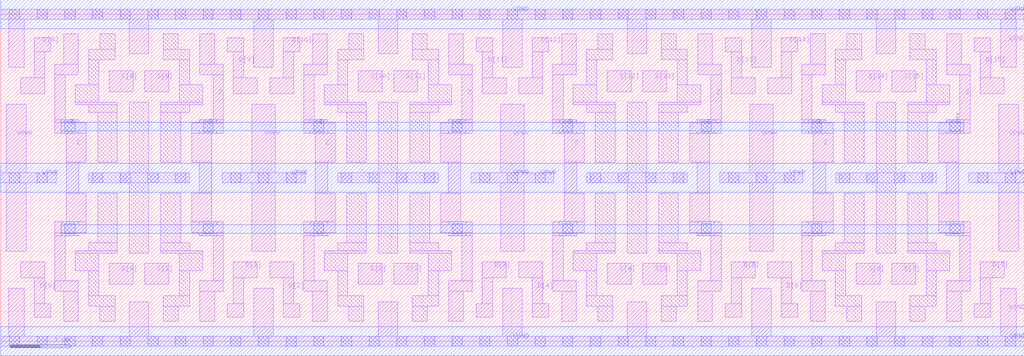
<source format=lef>
# Copyright 2020 The SkyWater PDK Authors
#
# Licensed under the Apache License, Version 2.0 (the "License");
# you may not use this file except in compliance with the License.
# You may obtain a copy of the License at
#
#     https://www.apache.org/licenses/LICENSE-2.0
#
# Unless required by applicable law or agreed to in writing, software
# distributed under the License is distributed on an "AS IS" BASIS,
# WITHOUT WARRANTIES OR CONDITIONS OF ANY KIND, either express or implied.
# See the License for the specific language governing permissions and
# limitations under the License.
#
# SPDX-License-Identifier: Apache-2.0

VERSION 5.7 ;
  NAMESCASESENSITIVE ON ;
  NOWIREEXTENSIONATPIN ON ;
  DIVIDERCHAR "/" ;
  BUSBITCHARS "[]" ;
UNITS
  DATABASE MICRONS 200 ;
END UNITS
PROPERTYDEFINITIONS
  MACRO maskLayoutSubType STRING ;
  MACRO prCellType STRING ;
  MACRO originalViewName STRING ;
END PROPERTYDEFINITIONS
MACRO sky130_fd_sc_hdll__muxb16to1_1
  CLASS CORE ;
  FOREIGN sky130_fd_sc_hdll__muxb16to1_1 ;
  ORIGIN  0.000000  0.000000 ;
  SIZE  17.02000 BY  5.440000 ;
  SYMMETRY X Y R90 ;
  SITE unithd ;
  PIN D[0]
    ANTENNAGATEAREA  0.277500 ;
    DIRECTION INPUT ;
    USE SIGNAL ;
    PORT
      LAYER li1 ;
        RECT 0.335000 1.055000 0.730000 1.325000 ;
        RECT 0.560000 0.395000 0.835000 0.625000 ;
        RECT 0.560000 0.625000 0.730000 1.055000 ;
    END
  END D[0]
  PIN D[1]
    ANTENNAGATEAREA  0.277500 ;
    DIRECTION INPUT ;
    USE SIGNAL ;
    PORT
      LAYER li1 ;
        RECT 3.765000 0.395000 4.040000 0.625000 ;
        RECT 3.870000 0.625000 4.040000 1.055000 ;
        RECT 3.870000 1.055000 4.265000 1.325000 ;
    END
  END D[1]
  PIN D[2]
    ANTENNAGATEAREA  0.277500 ;
    DIRECTION INPUT ;
    USE SIGNAL ;
    PORT
      LAYER li1 ;
        RECT 4.475000 1.055000 4.870000 1.325000 ;
        RECT 4.700000 0.395000 4.975000 0.625000 ;
        RECT 4.700000 0.625000 4.870000 1.055000 ;
    END
  END D[2]
  PIN D[3]
    ANTENNAGATEAREA  0.277500 ;
    DIRECTION INPUT ;
    USE SIGNAL ;
    PORT
      LAYER li1 ;
        RECT 7.905000 0.395000 8.180000 0.625000 ;
        RECT 8.010000 0.625000 8.180000 1.055000 ;
        RECT 8.010000 1.055000 8.405000 1.325000 ;
    END
  END D[3]
  PIN D[4]
    ANTENNAGATEAREA  0.277500 ;
    DIRECTION INPUT ;
    USE SIGNAL ;
    PORT
      LAYER li1 ;
        RECT 8.615000 1.055000 9.010000 1.325000 ;
        RECT 8.840000 0.395000 9.115000 0.625000 ;
        RECT 8.840000 0.625000 9.010000 1.055000 ;
    END
  END D[4]
  PIN D[5]
    ANTENNAGATEAREA  0.277500 ;
    DIRECTION INPUT ;
    USE SIGNAL ;
    PORT
      LAYER li1 ;
        RECT 12.045000 0.395000 12.320000 0.625000 ;
        RECT 12.150000 0.625000 12.320000 1.055000 ;
        RECT 12.150000 1.055000 12.545000 1.325000 ;
    END
  END D[5]
  PIN D[6]
    ANTENNAGATEAREA  0.277500 ;
    DIRECTION INPUT ;
    USE SIGNAL ;
    PORT
      LAYER li1 ;
        RECT 12.755000 1.055000 13.150000 1.325000 ;
        RECT 12.980000 0.395000 13.255000 0.625000 ;
        RECT 12.980000 0.625000 13.150000 1.055000 ;
    END
  END D[6]
  PIN D[7]
    ANTENNAGATEAREA  0.277500 ;
    DIRECTION INPUT ;
    USE SIGNAL ;
    PORT
      LAYER li1 ;
        RECT 16.185000 0.395000 16.460000 0.625000 ;
        RECT 16.290000 0.625000 16.460000 1.055000 ;
        RECT 16.290000 1.055000 16.685000 1.325000 ;
    END
  END D[7]
  PIN D[8]
    ANTENNAGATEAREA  0.277500 ;
    DIRECTION INPUT ;
    USE SIGNAL ;
    PORT
      LAYER li1 ;
        RECT 0.335000 4.115000 0.730000 4.385000 ;
        RECT 0.560000 4.385000 0.730000 4.815000 ;
        RECT 0.560000 4.815000 0.835000 5.045000 ;
    END
  END D[8]
  PIN D[9]
    ANTENNAGATEAREA  0.277500 ;
    DIRECTION INPUT ;
    USE SIGNAL ;
    PORT
      LAYER li1 ;
        RECT 3.765000 4.815000 4.040000 5.045000 ;
        RECT 3.870000 4.115000 4.265000 4.385000 ;
        RECT 3.870000 4.385000 4.040000 4.815000 ;
    END
  END D[9]
  PIN D[10]
    ANTENNAGATEAREA  0.277500 ;
    DIRECTION INPUT ;
    USE SIGNAL ;
    PORT
      LAYER li1 ;
        RECT 4.475000 4.115000 4.870000 4.385000 ;
        RECT 4.700000 4.385000 4.870000 4.815000 ;
        RECT 4.700000 4.815000 4.975000 5.045000 ;
    END
  END D[10]
  PIN D[11]
    ANTENNAGATEAREA  0.277500 ;
    DIRECTION INPUT ;
    USE SIGNAL ;
    PORT
      LAYER li1 ;
        RECT 7.905000 4.815000 8.180000 5.045000 ;
        RECT 8.010000 4.115000 8.405000 4.385000 ;
        RECT 8.010000 4.385000 8.180000 4.815000 ;
    END
  END D[11]
  PIN D[12]
    ANTENNAGATEAREA  0.277500 ;
    DIRECTION INPUT ;
    USE SIGNAL ;
    PORT
      LAYER li1 ;
        RECT 8.615000 4.115000 9.010000 4.385000 ;
        RECT 8.840000 4.385000 9.010000 4.815000 ;
        RECT 8.840000 4.815000 9.115000 5.045000 ;
    END
  END D[12]
  PIN D[13]
    ANTENNAGATEAREA  0.277500 ;
    DIRECTION INPUT ;
    USE SIGNAL ;
    PORT
      LAYER li1 ;
        RECT 12.045000 4.815000 12.320000 5.045000 ;
        RECT 12.150000 4.115000 12.545000 4.385000 ;
        RECT 12.150000 4.385000 12.320000 4.815000 ;
    END
  END D[13]
  PIN D[14]
    ANTENNAGATEAREA  0.277500 ;
    DIRECTION INPUT ;
    USE SIGNAL ;
    PORT
      LAYER li1 ;
        RECT 12.755000 4.115000 13.150000 4.385000 ;
        RECT 12.980000 4.385000 13.150000 4.815000 ;
        RECT 12.980000 4.815000 13.255000 5.045000 ;
    END
  END D[14]
  PIN D[15]
    ANTENNAGATEAREA  0.277500 ;
    DIRECTION INPUT ;
    USE SIGNAL ;
    PORT
      LAYER li1 ;
        RECT 16.185000 4.815000 16.460000 5.045000 ;
        RECT 16.290000 4.115000 16.685000 4.385000 ;
        RECT 16.290000 4.385000 16.460000 4.815000 ;
    END
  END D[15]
  PIN S[0]
    ANTENNAGATEAREA  0.336000 ;
    DIRECTION INPUT ;
    USE SIGNAL ;
    PORT
      LAYER li1 ;
        RECT 1.805000 0.945000 2.205000 1.295000 ;
    END
  END S[0]
  PIN S[1]
    ANTENNAGATEAREA  0.336000 ;
    DIRECTION INPUT ;
    USE SIGNAL ;
    PORT
      LAYER li1 ;
        RECT 2.395000 0.945000 2.795000 1.295000 ;
    END
  END S[1]
  PIN S[2]
    ANTENNAGATEAREA  0.336000 ;
    DIRECTION INPUT ;
    USE SIGNAL ;
    PORT
      LAYER li1 ;
        RECT 5.945000 0.945000 6.345000 1.295000 ;
    END
  END S[2]
  PIN S[3]
    ANTENNAGATEAREA  0.336000 ;
    DIRECTION INPUT ;
    USE SIGNAL ;
    PORT
      LAYER li1 ;
        RECT 6.535000 0.945000 6.935000 1.295000 ;
    END
  END S[3]
  PIN S[4]
    ANTENNAGATEAREA  0.336000 ;
    DIRECTION INPUT ;
    USE SIGNAL ;
    PORT
      LAYER li1 ;
        RECT 10.085000 0.945000 10.485000 1.295000 ;
    END
  END S[4]
  PIN S[5]
    ANTENNAGATEAREA  0.336000 ;
    DIRECTION INPUT ;
    USE SIGNAL ;
    PORT
      LAYER li1 ;
        RECT 10.675000 0.945000 11.075000 1.295000 ;
    END
  END S[5]
  PIN S[6]
    ANTENNAGATEAREA  0.336000 ;
    DIRECTION INPUT ;
    USE SIGNAL ;
    PORT
      LAYER li1 ;
        RECT 14.225000 0.945000 14.625000 1.295000 ;
    END
  END S[6]
  PIN S[7]
    ANTENNAGATEAREA  0.336000 ;
    DIRECTION INPUT ;
    USE SIGNAL ;
    PORT
      LAYER li1 ;
        RECT 14.815000 0.945000 15.215000 1.295000 ;
    END
  END S[7]
  PIN S[8]
    ANTENNAGATEAREA  0.336000 ;
    DIRECTION INPUT ;
    USE SIGNAL ;
    PORT
      LAYER li1 ;
        RECT 1.805000 4.145000 2.205000 4.495000 ;
    END
  END S[8]
  PIN S[9]
    ANTENNAGATEAREA  0.336000 ;
    DIRECTION INPUT ;
    USE SIGNAL ;
    PORT
      LAYER li1 ;
        RECT 2.395000 4.145000 2.795000 4.495000 ;
    END
  END S[9]
  PIN S[10]
    ANTENNAGATEAREA  0.336000 ;
    DIRECTION INPUT ;
    USE SIGNAL ;
    PORT
      LAYER li1 ;
        RECT 5.945000 4.145000 6.345000 4.495000 ;
    END
  END S[10]
  PIN S[11]
    ANTENNAGATEAREA  0.336000 ;
    DIRECTION INPUT ;
    USE SIGNAL ;
    PORT
      LAYER li1 ;
        RECT 6.535000 4.145000 6.935000 4.495000 ;
    END
  END S[11]
  PIN S[12]
    ANTENNAGATEAREA  0.336000 ;
    DIRECTION INPUT ;
    USE SIGNAL ;
    PORT
      LAYER li1 ;
        RECT 10.085000 4.145000 10.485000 4.495000 ;
    END
  END S[12]
  PIN S[13]
    ANTENNAGATEAREA  0.336000 ;
    DIRECTION INPUT ;
    USE SIGNAL ;
    PORT
      LAYER li1 ;
        RECT 10.675000 4.145000 11.075000 4.495000 ;
    END
  END S[13]
  PIN S[14]
    ANTENNAGATEAREA  0.336000 ;
    DIRECTION INPUT ;
    USE SIGNAL ;
    PORT
      LAYER li1 ;
        RECT 14.225000 4.145000 14.625000 4.495000 ;
    END
  END S[14]
  PIN S[15]
    ANTENNAGATEAREA  0.336000 ;
    DIRECTION INPUT ;
    USE SIGNAL ;
    PORT
      LAYER li1 ;
        RECT 14.815000 4.145000 15.215000 4.495000 ;
    END
  END S[15]
  PIN Z
    ANTENNADIFFAREA  5.705600 ;
    DIRECTION OUTPUT ;
    USE SIGNAL ;
    PORT
      LAYER li1 ;
        RECT 0.900000 0.835000 1.290000 1.005000 ;
        RECT 0.900000 1.005000 1.070000 1.755000 ;
        RECT 0.900000 1.755000 1.295000 1.805000 ;
        RECT 0.900000 1.805000 1.420000 1.985000 ;
        RECT 0.900000 3.455000 1.420000 3.635000 ;
        RECT 0.900000 3.635000 1.295000 3.685000 ;
        RECT 0.900000 3.685000 1.070000 4.435000 ;
        RECT 0.900000 4.435000 1.290000 4.605000 ;
        RECT 1.045000 0.330000 1.290000 0.835000 ;
        RECT 1.045000 4.605000 1.290000 5.110000 ;
        RECT 1.090000 1.985000 1.420000 2.465000 ;
        RECT 1.090000 2.465000 1.295000 2.975000 ;
        RECT 1.090000 2.975000 1.420000 3.455000 ;
      LAYER mcon ;
        RECT 1.065000 1.785000 1.235000 1.955000 ;
        RECT 1.065000 3.485000 1.235000 3.655000 ;
    END
    PORT
      LAYER li1 ;
        RECT 11.460000 1.805000 11.980000 1.985000 ;
        RECT 11.460000 1.985000 11.790000 2.465000 ;
        RECT 11.460000 2.975000 11.790000 3.455000 ;
        RECT 11.460000 3.455000 11.980000 3.635000 ;
        RECT 11.585000 1.755000 11.980000 1.805000 ;
        RECT 11.585000 2.465000 11.790000 2.975000 ;
        RECT 11.585000 3.635000 11.980000 3.685000 ;
        RECT 11.590000 0.330000 11.835000 0.835000 ;
        RECT 11.590000 0.835000 11.980000 1.005000 ;
        RECT 11.590000 4.435000 11.980000 4.605000 ;
        RECT 11.590000 4.605000 11.835000 5.110000 ;
        RECT 11.810000 1.005000 11.980000 1.755000 ;
        RECT 11.810000 3.685000 11.980000 4.435000 ;
      LAYER mcon ;
        RECT 11.645000 1.785000 11.815000 1.955000 ;
        RECT 11.645000 3.485000 11.815000 3.655000 ;
    END
    PORT
      LAYER li1 ;
        RECT 13.320000 0.835000 13.710000 1.005000 ;
        RECT 13.320000 1.005000 13.490000 1.755000 ;
        RECT 13.320000 1.755000 13.715000 1.805000 ;
        RECT 13.320000 1.805000 13.840000 1.985000 ;
        RECT 13.320000 3.455000 13.840000 3.635000 ;
        RECT 13.320000 3.635000 13.715000 3.685000 ;
        RECT 13.320000 3.685000 13.490000 4.435000 ;
        RECT 13.320000 4.435000 13.710000 4.605000 ;
        RECT 13.465000 0.330000 13.710000 0.835000 ;
        RECT 13.465000 4.605000 13.710000 5.110000 ;
        RECT 13.510000 1.985000 13.840000 2.465000 ;
        RECT 13.510000 2.465000 13.715000 2.975000 ;
        RECT 13.510000 2.975000 13.840000 3.455000 ;
      LAYER mcon ;
        RECT 13.485000 1.785000 13.655000 1.955000 ;
        RECT 13.485000 3.485000 13.655000 3.655000 ;
    END
    PORT
      LAYER li1 ;
        RECT 15.600000 1.805000 16.120000 1.985000 ;
        RECT 15.600000 1.985000 15.930000 2.465000 ;
        RECT 15.600000 2.975000 15.930000 3.455000 ;
        RECT 15.600000 3.455000 16.120000 3.635000 ;
        RECT 15.725000 1.755000 16.120000 1.805000 ;
        RECT 15.725000 2.465000 15.930000 2.975000 ;
        RECT 15.725000 3.635000 16.120000 3.685000 ;
        RECT 15.730000 0.330000 15.975000 0.835000 ;
        RECT 15.730000 0.835000 16.120000 1.005000 ;
        RECT 15.730000 4.435000 16.120000 4.605000 ;
        RECT 15.730000 4.605000 15.975000 5.110000 ;
        RECT 15.950000 1.005000 16.120000 1.755000 ;
        RECT 15.950000 3.685000 16.120000 4.435000 ;
      LAYER mcon ;
        RECT 15.785000 1.785000 15.955000 1.955000 ;
        RECT 15.785000 3.485000 15.955000 3.655000 ;
    END
    PORT
      LAYER li1 ;
        RECT 3.180000 1.805000 3.700000 1.985000 ;
        RECT 3.180000 1.985000 3.510000 2.465000 ;
        RECT 3.180000 2.975000 3.510000 3.455000 ;
        RECT 3.180000 3.455000 3.700000 3.635000 ;
        RECT 3.305000 1.755000 3.700000 1.805000 ;
        RECT 3.305000 2.465000 3.510000 2.975000 ;
        RECT 3.305000 3.635000 3.700000 3.685000 ;
        RECT 3.310000 0.330000 3.555000 0.835000 ;
        RECT 3.310000 0.835000 3.700000 1.005000 ;
        RECT 3.310000 4.435000 3.700000 4.605000 ;
        RECT 3.310000 4.605000 3.555000 5.110000 ;
        RECT 3.530000 1.005000 3.700000 1.755000 ;
        RECT 3.530000 3.685000 3.700000 4.435000 ;
      LAYER mcon ;
        RECT 3.365000 1.785000 3.535000 1.955000 ;
        RECT 3.365000 3.485000 3.535000 3.655000 ;
    END
    PORT
      LAYER li1 ;
        RECT 5.040000 0.835000 5.430000 1.005000 ;
        RECT 5.040000 1.005000 5.210000 1.755000 ;
        RECT 5.040000 1.755000 5.435000 1.805000 ;
        RECT 5.040000 1.805000 5.560000 1.985000 ;
        RECT 5.040000 3.455000 5.560000 3.635000 ;
        RECT 5.040000 3.635000 5.435000 3.685000 ;
        RECT 5.040000 3.685000 5.210000 4.435000 ;
        RECT 5.040000 4.435000 5.430000 4.605000 ;
        RECT 5.185000 0.330000 5.430000 0.835000 ;
        RECT 5.185000 4.605000 5.430000 5.110000 ;
        RECT 5.230000 1.985000 5.560000 2.465000 ;
        RECT 5.230000 2.465000 5.435000 2.975000 ;
        RECT 5.230000 2.975000 5.560000 3.455000 ;
      LAYER mcon ;
        RECT 5.205000 1.785000 5.375000 1.955000 ;
        RECT 5.205000 3.485000 5.375000 3.655000 ;
    END
    PORT
      LAYER li1 ;
        RECT 7.320000 1.805000 7.840000 1.985000 ;
        RECT 7.320000 1.985000 7.650000 2.465000 ;
        RECT 7.320000 2.975000 7.650000 3.455000 ;
        RECT 7.320000 3.455000 7.840000 3.635000 ;
        RECT 7.445000 1.755000 7.840000 1.805000 ;
        RECT 7.445000 2.465000 7.650000 2.975000 ;
        RECT 7.445000 3.635000 7.840000 3.685000 ;
        RECT 7.450000 0.330000 7.695000 0.835000 ;
        RECT 7.450000 0.835000 7.840000 1.005000 ;
        RECT 7.450000 4.435000 7.840000 4.605000 ;
        RECT 7.450000 4.605000 7.695000 5.110000 ;
        RECT 7.670000 1.005000 7.840000 1.755000 ;
        RECT 7.670000 3.685000 7.840000 4.435000 ;
      LAYER mcon ;
        RECT 7.505000 1.785000 7.675000 1.955000 ;
        RECT 7.505000 3.485000 7.675000 3.655000 ;
    END
    PORT
      LAYER li1 ;
        RECT 9.180000 0.835000 9.570000 1.005000 ;
        RECT 9.180000 1.005000 9.350000 1.755000 ;
        RECT 9.180000 1.755000 9.575000 1.805000 ;
        RECT 9.180000 1.805000 9.700000 1.985000 ;
        RECT 9.180000 3.455000 9.700000 3.635000 ;
        RECT 9.180000 3.635000 9.575000 3.685000 ;
        RECT 9.180000 3.685000 9.350000 4.435000 ;
        RECT 9.180000 4.435000 9.570000 4.605000 ;
        RECT 9.325000 0.330000 9.570000 0.835000 ;
        RECT 9.325000 4.605000 9.570000 5.110000 ;
        RECT 9.370000 1.985000 9.700000 2.465000 ;
        RECT 9.370000 2.465000 9.575000 2.975000 ;
        RECT 9.370000 2.975000 9.700000 3.455000 ;
      LAYER mcon ;
        RECT 9.345000 1.785000 9.515000 1.955000 ;
        RECT 9.345000 3.485000 9.515000 3.655000 ;
    END
    PORT
      LAYER met1 ;
        RECT  1.005000 1.755000  1.295000 1.800000 ;
        RECT  1.005000 1.800000 16.015000 1.940000 ;
        RECT  1.005000 1.940000  1.295000 1.985000 ;
        RECT  1.005000 3.455000  1.295000 3.500000 ;
        RECT  1.005000 3.500000 16.015000 3.640000 ;
        RECT  1.005000 3.640000  1.295000 3.685000 ;
        RECT  3.305000 1.755000  3.595000 1.800000 ;
        RECT  3.305000 1.940000  3.595000 1.985000 ;
        RECT  3.305000 3.455000  3.595000 3.500000 ;
        RECT  3.305000 3.640000  3.595000 3.685000 ;
        RECT  5.145000 1.755000  5.435000 1.800000 ;
        RECT  5.145000 1.940000  5.435000 1.985000 ;
        RECT  5.145000 3.455000  5.435000 3.500000 ;
        RECT  5.145000 3.640000  5.435000 3.685000 ;
        RECT  7.445000 1.755000  7.735000 1.800000 ;
        RECT  7.445000 1.940000  7.735000 1.985000 ;
        RECT  7.445000 3.455000  7.735000 3.500000 ;
        RECT  7.445000 3.640000  7.735000 3.685000 ;
        RECT  9.285000 1.755000  9.575000 1.800000 ;
        RECT  9.285000 1.940000  9.575000 1.985000 ;
        RECT  9.285000 3.455000  9.575000 3.500000 ;
        RECT  9.285000 3.640000  9.575000 3.685000 ;
        RECT 11.585000 1.755000 11.875000 1.800000 ;
        RECT 11.585000 1.940000 11.875000 1.985000 ;
        RECT 11.585000 3.455000 11.875000 3.500000 ;
        RECT 11.585000 3.640000 11.875000 3.685000 ;
        RECT 13.425000 1.755000 13.715000 1.800000 ;
        RECT 13.425000 1.940000 13.715000 1.985000 ;
        RECT 13.425000 3.455000 13.715000 3.500000 ;
        RECT 13.425000 3.640000 13.715000 3.685000 ;
        RECT 15.725000 1.755000 16.015000 1.800000 ;
        RECT 15.725000 1.940000 16.015000 1.985000 ;
        RECT 15.725000 3.455000 16.015000 3.500000 ;
        RECT 15.725000 3.640000 16.015000 3.685000 ;
    END
  END Z
  PIN VGND
    DIRECTION INOUT ;
    USE GROUND ;
    PORT
      LAYER li1 ;
        RECT  0.000000 -0.085000 17.020000 0.085000 ;
        RECT  0.130000  0.085000  0.390000 0.885000 ;
        RECT  2.135000  0.085000  2.465000 0.660000 ;
        RECT  4.210000  0.085000  4.530000 0.885000 ;
        RECT  6.275000  0.085000  6.605000 0.660000 ;
        RECT  8.350000  0.085000  8.670000 0.885000 ;
        RECT 10.415000  0.085000 10.745000 0.660000 ;
        RECT 12.490000  0.085000 12.810000 0.885000 ;
        RECT 14.555000  0.085000 14.885000 0.660000 ;
        RECT 16.630000  0.085000 16.890000 0.885000 ;
      LAYER mcon ;
        RECT  0.145000 -0.085000  0.315000 0.085000 ;
        RECT  0.605000 -0.085000  0.775000 0.085000 ;
        RECT  1.065000 -0.085000  1.235000 0.085000 ;
        RECT  1.525000 -0.085000  1.695000 0.085000 ;
        RECT  1.985000 -0.085000  2.155000 0.085000 ;
        RECT  2.445000 -0.085000  2.615000 0.085000 ;
        RECT  2.905000 -0.085000  3.075000 0.085000 ;
        RECT  3.365000 -0.085000  3.535000 0.085000 ;
        RECT  3.825000 -0.085000  3.995000 0.085000 ;
        RECT  4.285000 -0.085000  4.455000 0.085000 ;
        RECT  4.745000 -0.085000  4.915000 0.085000 ;
        RECT  5.205000 -0.085000  5.375000 0.085000 ;
        RECT  5.665000 -0.085000  5.835000 0.085000 ;
        RECT  6.125000 -0.085000  6.295000 0.085000 ;
        RECT  6.585000 -0.085000  6.755000 0.085000 ;
        RECT  7.045000 -0.085000  7.215000 0.085000 ;
        RECT  7.505000 -0.085000  7.675000 0.085000 ;
        RECT  7.965000 -0.085000  8.135000 0.085000 ;
        RECT  8.425000 -0.085000  8.595000 0.085000 ;
        RECT  8.885000 -0.085000  9.055000 0.085000 ;
        RECT  9.345000 -0.085000  9.515000 0.085000 ;
        RECT  9.805000 -0.085000  9.975000 0.085000 ;
        RECT 10.265000 -0.085000 10.435000 0.085000 ;
        RECT 10.725000 -0.085000 10.895000 0.085000 ;
        RECT 11.185000 -0.085000 11.355000 0.085000 ;
        RECT 11.645000 -0.085000 11.815000 0.085000 ;
        RECT 12.105000 -0.085000 12.275000 0.085000 ;
        RECT 12.565000 -0.085000 12.735000 0.085000 ;
        RECT 13.025000 -0.085000 13.195000 0.085000 ;
        RECT 13.485000 -0.085000 13.655000 0.085000 ;
        RECT 13.945000 -0.085000 14.115000 0.085000 ;
        RECT 14.405000 -0.085000 14.575000 0.085000 ;
        RECT 14.865000 -0.085000 15.035000 0.085000 ;
        RECT 15.325000 -0.085000 15.495000 0.085000 ;
        RECT 15.785000 -0.085000 15.955000 0.085000 ;
        RECT 16.245000 -0.085000 16.415000 0.085000 ;
        RECT 16.705000 -0.085000 16.875000 0.085000 ;
    END
    PORT
      LAYER li1 ;
        RECT  0.000000 5.355000 17.020000 5.525000 ;
        RECT  0.130000 4.555000  0.390000 5.355000 ;
        RECT  2.135000 4.780000  2.465000 5.355000 ;
        RECT  4.210000 4.555000  4.530000 5.355000 ;
        RECT  6.275000 4.780000  6.605000 5.355000 ;
        RECT  8.350000 4.555000  8.670000 5.355000 ;
        RECT 10.415000 4.780000 10.745000 5.355000 ;
        RECT 12.490000 4.555000 12.810000 5.355000 ;
        RECT 14.555000 4.780000 14.885000 5.355000 ;
        RECT 16.630000 4.555000 16.890000 5.355000 ;
      LAYER mcon ;
        RECT  0.145000 5.355000  0.315000 5.525000 ;
        RECT  0.605000 5.355000  0.775000 5.525000 ;
        RECT  1.065000 5.355000  1.235000 5.525000 ;
        RECT  1.525000 5.355000  1.695000 5.525000 ;
        RECT  1.985000 5.355000  2.155000 5.525000 ;
        RECT  2.445000 5.355000  2.615000 5.525000 ;
        RECT  2.905000 5.355000  3.075000 5.525000 ;
        RECT  3.365000 5.355000  3.535000 5.525000 ;
        RECT  3.825000 5.355000  3.995000 5.525000 ;
        RECT  4.285000 5.355000  4.455000 5.525000 ;
        RECT  4.745000 5.355000  4.915000 5.525000 ;
        RECT  5.205000 5.355000  5.375000 5.525000 ;
        RECT  5.665000 5.355000  5.835000 5.525000 ;
        RECT  6.125000 5.355000  6.295000 5.525000 ;
        RECT  6.585000 5.355000  6.755000 5.525000 ;
        RECT  7.045000 5.355000  7.215000 5.525000 ;
        RECT  7.505000 5.355000  7.675000 5.525000 ;
        RECT  7.965000 5.355000  8.135000 5.525000 ;
        RECT  8.425000 5.355000  8.595000 5.525000 ;
        RECT  8.885000 5.355000  9.055000 5.525000 ;
        RECT  9.345000 5.355000  9.515000 5.525000 ;
        RECT  9.805000 5.355000  9.975000 5.525000 ;
        RECT 10.265000 5.355000 10.435000 5.525000 ;
        RECT 10.725000 5.355000 10.895000 5.525000 ;
        RECT 11.185000 5.355000 11.355000 5.525000 ;
        RECT 11.645000 5.355000 11.815000 5.525000 ;
        RECT 12.105000 5.355000 12.275000 5.525000 ;
        RECT 12.565000 5.355000 12.735000 5.525000 ;
        RECT 13.025000 5.355000 13.195000 5.525000 ;
        RECT 13.485000 5.355000 13.655000 5.525000 ;
        RECT 13.945000 5.355000 14.115000 5.525000 ;
        RECT 14.405000 5.355000 14.575000 5.525000 ;
        RECT 14.865000 5.355000 15.035000 5.525000 ;
        RECT 15.325000 5.355000 15.495000 5.525000 ;
        RECT 15.785000 5.355000 15.955000 5.525000 ;
        RECT 16.245000 5.355000 16.415000 5.525000 ;
        RECT 16.705000 5.355000 16.875000 5.525000 ;
    END
    PORT
      LAYER met1 ;
        RECT 0.000000 -0.240000 17.020000 0.240000 ;
    END
    PORT
      LAYER met1 ;
        RECT 0.000000 5.200000 17.020000 5.680000 ;
    END
  END VGND
  PIN VPWR
    DIRECTION INOUT ;
    USE POWER ;
    PORT
      LAYER li1 ;
        RECT 0.000000 2.635000 0.920000 2.805000 ;
        RECT 0.095000 1.495000 0.425000 2.635000 ;
        RECT 0.095000 2.805000 0.425000 3.945000 ;
      LAYER mcon ;
        RECT 0.145000 2.635000 0.315000 2.805000 ;
        RECT 0.605000 2.635000 0.775000 2.805000 ;
    END
    PORT
      LAYER li1 ;
        RECT 11.960000 2.635000 13.340000 2.805000 ;
        RECT 12.455000 1.495000 12.845000 2.635000 ;
        RECT 12.455000 2.805000 12.845000 3.945000 ;
      LAYER mcon ;
        RECT 12.105000 2.635000 12.275000 2.805000 ;
        RECT 12.565000 2.635000 12.735000 2.805000 ;
        RECT 13.025000 2.635000 13.195000 2.805000 ;
    END
    PORT
      LAYER li1 ;
        RECT 16.100000 2.635000 17.020000 2.805000 ;
        RECT 16.595000 1.495000 16.925000 2.635000 ;
        RECT 16.595000 2.805000 16.925000 3.945000 ;
      LAYER mcon ;
        RECT 16.245000 2.635000 16.415000 2.805000 ;
        RECT 16.705000 2.635000 16.875000 2.805000 ;
    END
    PORT
      LAYER li1 ;
        RECT 3.680000 2.635000 5.060000 2.805000 ;
        RECT 4.175000 1.495000 4.565000 2.635000 ;
        RECT 4.175000 2.805000 4.565000 3.945000 ;
      LAYER mcon ;
        RECT 3.825000 2.635000 3.995000 2.805000 ;
        RECT 4.285000 2.635000 4.455000 2.805000 ;
        RECT 4.745000 2.635000 4.915000 2.805000 ;
    END
    PORT
      LAYER li1 ;
        RECT 7.820000 2.635000 9.200000 2.805000 ;
        RECT 8.315000 1.495000 8.705000 2.635000 ;
        RECT 8.315000 2.805000 8.705000 3.945000 ;
      LAYER mcon ;
        RECT 7.965000 2.635000 8.135000 2.805000 ;
        RECT 8.425000 2.635000 8.595000 2.805000 ;
        RECT 8.885000 2.635000 9.055000 2.805000 ;
    END
    PORT
      LAYER met1 ;
        RECT 0.000000 2.480000 17.020000 2.960000 ;
    END
  END VPWR
  OBS
    LAYER li1 ;
      RECT  1.240000 1.175000  1.630000 1.465000 ;
      RECT  1.240000 1.465000  1.940000 1.505000 ;
      RECT  1.240000 3.935000  1.940000 3.975000 ;
      RECT  1.240000 3.975000  1.630000 4.265000 ;
      RECT  1.460000 0.585000  1.900000 0.755000 ;
      RECT  1.460000 0.755000  1.630000 1.175000 ;
      RECT  1.460000 1.505000  1.940000 1.635000 ;
      RECT  1.460000 3.805000  1.940000 3.935000 ;
      RECT  1.460000 4.265000  1.630000 4.685000 ;
      RECT  1.460000 4.685000  1.900000 4.855000 ;
      RECT  1.465000 2.635000  3.135000 2.805000 ;
      RECT  1.610000 1.635000  1.940000 2.465000 ;
      RECT  1.610000 2.975000  1.940000 3.805000 ;
      RECT  1.650000 0.330000  1.900000 0.585000 ;
      RECT  1.650000 4.855000  1.900000 5.110000 ;
      RECT  2.135000 1.465000  2.465000 2.635000 ;
      RECT  2.135000 2.805000  2.465000 3.975000 ;
      RECT  2.660000 1.465000  3.360000 1.505000 ;
      RECT  2.660000 1.505000  3.140000 1.635000 ;
      RECT  2.660000 1.635000  2.990000 2.465000 ;
      RECT  2.660000 2.975000  2.990000 3.805000 ;
      RECT  2.660000 3.805000  3.140000 3.935000 ;
      RECT  2.660000 3.935000  3.360000 3.975000 ;
      RECT  2.700000 0.330000  2.950000 0.585000 ;
      RECT  2.700000 0.585000  3.140000 0.755000 ;
      RECT  2.700000 4.685000  3.140000 4.855000 ;
      RECT  2.700000 4.855000  2.950000 5.110000 ;
      RECT  2.970000 0.755000  3.140000 1.175000 ;
      RECT  2.970000 1.175000  3.360000 1.465000 ;
      RECT  2.970000 3.975000  3.360000 4.265000 ;
      RECT  2.970000 4.265000  3.140000 4.685000 ;
      RECT  5.380000 1.175000  5.770000 1.465000 ;
      RECT  5.380000 1.465000  6.080000 1.505000 ;
      RECT  5.380000 3.935000  6.080000 3.975000 ;
      RECT  5.380000 3.975000  5.770000 4.265000 ;
      RECT  5.600000 0.585000  6.040000 0.755000 ;
      RECT  5.600000 0.755000  5.770000 1.175000 ;
      RECT  5.600000 1.505000  6.080000 1.635000 ;
      RECT  5.600000 3.805000  6.080000 3.935000 ;
      RECT  5.600000 4.265000  5.770000 4.685000 ;
      RECT  5.600000 4.685000  6.040000 4.855000 ;
      RECT  5.605000 2.635000  7.275000 2.805000 ;
      RECT  5.750000 1.635000  6.080000 2.465000 ;
      RECT  5.750000 2.975000  6.080000 3.805000 ;
      RECT  5.790000 0.330000  6.040000 0.585000 ;
      RECT  5.790000 4.855000  6.040000 5.110000 ;
      RECT  6.275000 1.465000  6.605000 2.635000 ;
      RECT  6.275000 2.805000  6.605000 3.975000 ;
      RECT  6.800000 1.465000  7.500000 1.505000 ;
      RECT  6.800000 1.505000  7.280000 1.635000 ;
      RECT  6.800000 1.635000  7.130000 2.465000 ;
      RECT  6.800000 2.975000  7.130000 3.805000 ;
      RECT  6.800000 3.805000  7.280000 3.935000 ;
      RECT  6.800000 3.935000  7.500000 3.975000 ;
      RECT  6.840000 0.330000  7.090000 0.585000 ;
      RECT  6.840000 0.585000  7.280000 0.755000 ;
      RECT  6.840000 4.685000  7.280000 4.855000 ;
      RECT  6.840000 4.855000  7.090000 5.110000 ;
      RECT  7.110000 0.755000  7.280000 1.175000 ;
      RECT  7.110000 1.175000  7.500000 1.465000 ;
      RECT  7.110000 3.975000  7.500000 4.265000 ;
      RECT  7.110000 4.265000  7.280000 4.685000 ;
      RECT  9.520000 1.175000  9.910000 1.465000 ;
      RECT  9.520000 1.465000 10.220000 1.505000 ;
      RECT  9.520000 3.935000 10.220000 3.975000 ;
      RECT  9.520000 3.975000  9.910000 4.265000 ;
      RECT  9.740000 0.585000 10.180000 0.755000 ;
      RECT  9.740000 0.755000  9.910000 1.175000 ;
      RECT  9.740000 1.505000 10.220000 1.635000 ;
      RECT  9.740000 3.805000 10.220000 3.935000 ;
      RECT  9.740000 4.265000  9.910000 4.685000 ;
      RECT  9.740000 4.685000 10.180000 4.855000 ;
      RECT  9.745000 2.635000 11.415000 2.805000 ;
      RECT  9.890000 1.635000 10.220000 2.465000 ;
      RECT  9.890000 2.975000 10.220000 3.805000 ;
      RECT  9.930000 0.330000 10.180000 0.585000 ;
      RECT  9.930000 4.855000 10.180000 5.110000 ;
      RECT 10.415000 1.465000 10.745000 2.635000 ;
      RECT 10.415000 2.805000 10.745000 3.975000 ;
      RECT 10.940000 1.465000 11.640000 1.505000 ;
      RECT 10.940000 1.505000 11.420000 1.635000 ;
      RECT 10.940000 1.635000 11.270000 2.465000 ;
      RECT 10.940000 2.975000 11.270000 3.805000 ;
      RECT 10.940000 3.805000 11.420000 3.935000 ;
      RECT 10.940000 3.935000 11.640000 3.975000 ;
      RECT 10.980000 0.330000 11.230000 0.585000 ;
      RECT 10.980000 0.585000 11.420000 0.755000 ;
      RECT 10.980000 4.685000 11.420000 4.855000 ;
      RECT 10.980000 4.855000 11.230000 5.110000 ;
      RECT 11.250000 0.755000 11.420000 1.175000 ;
      RECT 11.250000 1.175000 11.640000 1.465000 ;
      RECT 11.250000 3.975000 11.640000 4.265000 ;
      RECT 11.250000 4.265000 11.420000 4.685000 ;
      RECT 13.660000 1.175000 14.050000 1.465000 ;
      RECT 13.660000 1.465000 14.360000 1.505000 ;
      RECT 13.660000 3.935000 14.360000 3.975000 ;
      RECT 13.660000 3.975000 14.050000 4.265000 ;
      RECT 13.880000 0.585000 14.320000 0.755000 ;
      RECT 13.880000 0.755000 14.050000 1.175000 ;
      RECT 13.880000 1.505000 14.360000 1.635000 ;
      RECT 13.880000 3.805000 14.360000 3.935000 ;
      RECT 13.880000 4.265000 14.050000 4.685000 ;
      RECT 13.880000 4.685000 14.320000 4.855000 ;
      RECT 13.885000 2.635000 15.555000 2.805000 ;
      RECT 14.030000 1.635000 14.360000 2.465000 ;
      RECT 14.030000 2.975000 14.360000 3.805000 ;
      RECT 14.070000 0.330000 14.320000 0.585000 ;
      RECT 14.070000 4.855000 14.320000 5.110000 ;
      RECT 14.555000 1.465000 14.885000 2.635000 ;
      RECT 14.555000 2.805000 14.885000 3.975000 ;
      RECT 15.080000 1.465000 15.780000 1.505000 ;
      RECT 15.080000 1.505000 15.560000 1.635000 ;
      RECT 15.080000 1.635000 15.410000 2.465000 ;
      RECT 15.080000 2.975000 15.410000 3.805000 ;
      RECT 15.080000 3.805000 15.560000 3.935000 ;
      RECT 15.080000 3.935000 15.780000 3.975000 ;
      RECT 15.120000 0.330000 15.370000 0.585000 ;
      RECT 15.120000 0.585000 15.560000 0.755000 ;
      RECT 15.120000 4.685000 15.560000 4.855000 ;
      RECT 15.120000 4.855000 15.370000 5.110000 ;
      RECT 15.390000 0.755000 15.560000 1.175000 ;
      RECT 15.390000 1.175000 15.780000 1.465000 ;
      RECT 15.390000 3.975000 15.780000 4.265000 ;
      RECT 15.390000 4.265000 15.560000 4.685000 ;
    LAYER mcon ;
      RECT  1.525000 2.635000  1.695000 2.805000 ;
      RECT  1.985000 2.635000  2.155000 2.805000 ;
      RECT  2.445000 2.635000  2.615000 2.805000 ;
      RECT  2.905000 2.635000  3.075000 2.805000 ;
      RECT  5.665000 2.635000  5.835000 2.805000 ;
      RECT  6.125000 2.635000  6.295000 2.805000 ;
      RECT  6.585000 2.635000  6.755000 2.805000 ;
      RECT  7.045000 2.635000  7.215000 2.805000 ;
      RECT  9.805000 2.635000  9.975000 2.805000 ;
      RECT 10.265000 2.635000 10.435000 2.805000 ;
      RECT 10.725000 2.635000 10.895000 2.805000 ;
      RECT 11.185000 2.635000 11.355000 2.805000 ;
      RECT 13.945000 2.635000 14.115000 2.805000 ;
      RECT 14.405000 2.635000 14.575000 2.805000 ;
      RECT 14.865000 2.635000 15.035000 2.805000 ;
      RECT 15.325000 2.635000 15.495000 2.805000 ;
  END
  PROPERTY maskLayoutSubType "abstract" ;
  PROPERTY prCellType "standard" ;
  PROPERTY originalViewName "layout" ;
END sky130_fd_sc_hdll__muxb16to1_1

</source>
